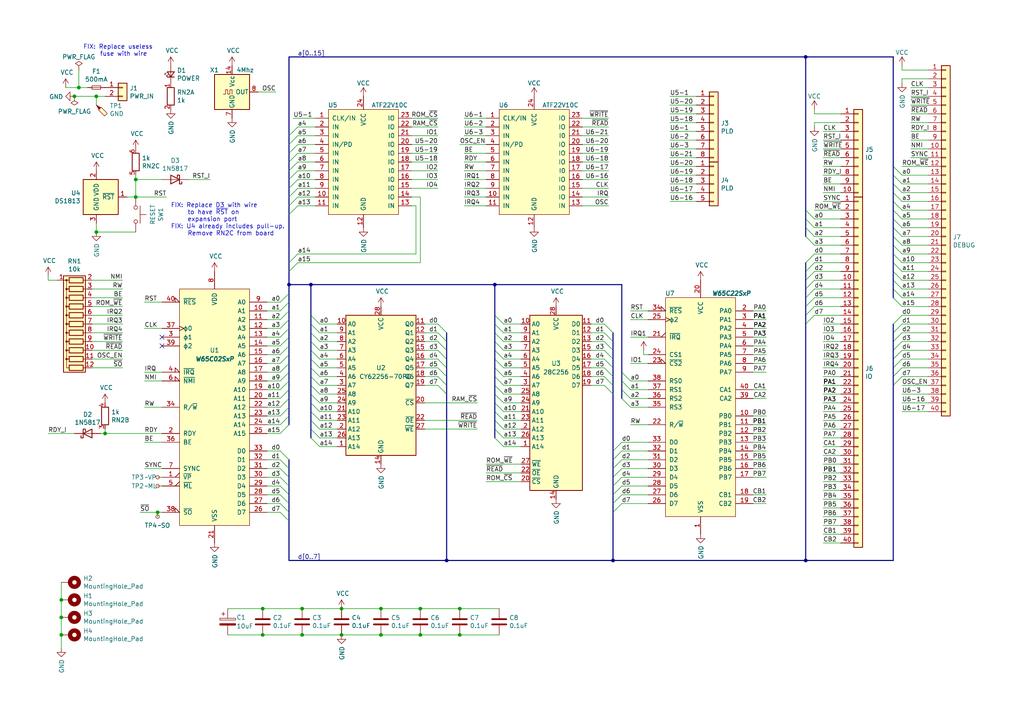
<source format=kicad_sch>
(kicad_sch (version 20211123) (generator eeschema)
  (paper "A4")
  (title_block (title "6502 motherboard") (date "2021-10-29") (rev "3"))
  (junction (at 129.54 162.56))
  (junction (at 83.82 82.55))
  (junction (at 233.68 162.56))
  (junction (at 99.06 176.53))
  (junction (at 17.78 173.99))
  (junction (at 133.35 176.53))
  (junction (at 90.17 82.55))
  (junction (at 39.37 52.07))
  (junction (at 17.78 179.07))
  (junction (at 21.59 27.94))
  (junction (at 22.86 25.4))
  (junction (at 87.63 184.15))
  (junction (at 121.92 176.53))
  (junction (at 76.2 176.53))
  (junction (at 76.2 184.15))
  (junction (at 87.63 176.53))
  (junction (at 110.49 176.53))
  (junction (at 99.06 184.15))
  (junction (at 27.94 67.31))
  (junction (at 233.68 16.51))
  (junction (at 110.49 184.15))
  (junction (at 143.51 82.55))
  (junction (at 177.8 162.56))
  (junction (at 27.94 27.94))
  (junction (at 121.92 184.15))
  (junction (at 39.37 57.15))
  (junction (at 45.72 148.59))
  (junction (at 30.48 125.73))
  (junction (at 133.35 184.15))
  (junction (at 17.78 184.15))
  (no_connect (at 46.99 97.79))
  (no_connect (at 46.99 100.33))
  (bus_entry (at 92.71 129.54) (size -2.54 -2.54))
  (bus_entry (at 261.62 58.42) (size -2.54 -2.54))
  (bus_entry (at 81.28 105.41) (size 2.54 -2.54))
  (bus_entry (at 261.62 71.12) (size -2.54 -2.54))
  (bus_entry (at 180.34 140.97) (size -2.54 2.54))
  (bus_entry (at 146.05 93.98) (size -2.54 -2.54))
  (bus_entry (at 146.05 121.92) (size -2.54 -2.54))
  (bus_entry (at 81.28 148.59) (size 2.54 2.54))
  (bus_entry (at 236.22 73.66) (size -2.54 2.54))
  (bus_entry (at 86.36 46.99) (size -2.54 2.54))
  (bus_entry (at 146.05 127) (size -2.54 -2.54))
  (bus_entry (at 127 93.98) (size 2.54 2.54))
  (bus_entry (at 261.62 78.74) (size -2.54 -2.54))
  (bus_entry (at 146.05 96.52) (size -2.54 -2.54))
  (bus_entry (at 127 96.52) (size 2.54 2.54))
  (bus_entry (at 92.71 99.06) (size -2.54 -2.54))
  (bus_entry (at 86.36 73.66) (size -2.54 2.54))
  (bus_entry (at 81.28 97.79) (size 2.54 -2.54))
  (bus_entry (at 81.28 133.35) (size 2.54 2.54))
  (bus_entry (at 127 99.06) (size 2.54 2.54))
  (bus_entry (at 146.05 106.68) (size -2.54 -2.54))
  (bus_entry (at 261.62 109.22) (size -2.54 2.54))
  (bus_entry (at 261.62 104.14) (size -2.54 2.54))
  (bus_entry (at 92.71 93.98) (size -2.54 -2.54))
  (bus_entry (at 92.71 109.22) (size -2.54 -2.54))
  (bus_entry (at 81.28 138.43) (size 2.54 2.54))
  (bus_entry (at 180.34 135.89) (size -2.54 2.54))
  (bus_entry (at 81.28 102.87) (size 2.54 -2.54))
  (bus_entry (at 92.71 116.84) (size -2.54 -2.54))
  (bus_entry (at 81.28 87.63) (size 2.54 -2.54))
  (bus_entry (at 81.28 107.95) (size 2.54 -2.54))
  (bus_entry (at 236.22 78.74) (size -2.54 2.54))
  (bus_entry (at 146.05 104.14) (size -2.54 -2.54))
  (bus_entry (at 81.28 115.57) (size 2.54 -2.54))
  (bus_entry (at 261.62 76.2) (size -2.54 -2.54))
  (bus_entry (at 86.36 44.45) (size -2.54 2.54))
  (bus_entry (at 261.62 86.36) (size -2.54 -2.54))
  (bus_entry (at 86.36 59.69) (size -2.54 2.54))
  (bus_entry (at 81.28 90.17) (size 2.54 -2.54))
  (bus_entry (at 182.88 115.57) (size -2.54 -2.54))
  (bus_entry (at 92.71 127) (size -2.54 -2.54))
  (bus_entry (at 81.28 118.11) (size 2.54 -2.54))
  (bus_entry (at 81.28 123.19) (size 2.54 -2.54))
  (bus_entry (at 146.05 114.3) (size -2.54 -2.54))
  (bus_entry (at 261.62 66.04) (size -2.54 -2.54))
  (bus_entry (at 92.71 121.92) (size -2.54 -2.54))
  (bus_entry (at 81.28 135.89) (size 2.54 2.54))
  (bus_entry (at 81.28 95.25) (size 2.54 -2.54))
  (bus_entry (at 86.36 39.37) (size -2.54 2.54))
  (bus_entry (at 175.26 109.22) (size 2.54 2.54))
  (bus_entry (at 175.26 96.52) (size 2.54 2.54))
  (bus_entry (at 180.34 146.05) (size -2.54 2.54))
  (bus_entry (at 236.22 71.12) (size -2.54 -2.54))
  (bus_entry (at 175.26 99.06) (size 2.54 2.54))
  (bus_entry (at 175.26 101.6) (size 2.54 2.54))
  (bus_entry (at 261.62 50.8) (size -2.54 -2.54))
  (bus_entry (at 236.22 86.36) (size -2.54 2.54))
  (bus_entry (at 92.71 106.68) (size -2.54 -2.54))
  (bus_entry (at 261.62 99.06) (size -2.54 2.54))
  (bus_entry (at 92.71 114.3) (size -2.54 -2.54))
  (bus_entry (at 86.36 76.2) (size -2.54 2.54))
  (bus_entry (at 261.62 68.58) (size -2.54 -2.54))
  (bus_entry (at 182.88 110.49) (size -2.54 -2.54))
  (bus_entry (at 92.71 101.6) (size -2.54 -2.54))
  (bus_entry (at 261.62 101.6) (size -2.54 2.54))
  (bus_entry (at 261.62 63.5) (size -2.54 -2.54))
  (bus_entry (at 236.22 68.58) (size -2.54 -2.54))
  (bus_entry (at 146.05 109.22) (size -2.54 -2.54))
  (bus_entry (at 236.22 91.44) (size -2.54 2.54))
  (bus_entry (at 81.28 110.49) (size 2.54 -2.54))
  (bus_entry (at 261.62 53.34) (size -2.54 -2.54))
  (bus_entry (at 86.36 54.61) (size -2.54 2.54))
  (bus_entry (at 81.28 140.97) (size 2.54 2.54))
  (bus_entry (at 180.34 133.35) (size -2.54 2.54))
  (bus_entry (at 81.28 125.73) (size 2.54 -2.54))
  (bus_entry (at 180.34 143.51) (size -2.54 2.54))
  (bus_entry (at 261.62 83.82) (size -2.54 -2.54))
  (bus_entry (at 175.26 106.68) (size 2.54 2.54))
  (bus_entry (at 81.28 113.03) (size 2.54 -2.54))
  (bus_entry (at 261.62 93.98) (size -2.54 2.54))
  (bus_entry (at 146.05 111.76) (size -2.54 -2.54))
  (bus_entry (at 261.62 96.52) (size -2.54 2.54))
  (bus_entry (at 81.28 143.51) (size 2.54 2.54))
  (bus_entry (at 236.22 83.82) (size -2.54 2.54))
  (bus_entry (at 86.36 52.07) (size -2.54 2.54))
  (bus_entry (at 261.62 106.68) (size -2.54 2.54))
  (bus_entry (at 81.28 130.81) (size 2.54 2.54))
  (bus_entry (at 175.26 93.98) (size 2.54 2.54))
  (bus_entry (at 182.88 118.11) (size -2.54 -2.54))
  (bus_entry (at 236.22 63.5) (size -2.54 -2.54))
  (bus_entry (at 92.71 104.14) (size -2.54 -2.54))
  (bus_entry (at 86.36 49.53) (size -2.54 2.54))
  (bus_entry (at 236.22 81.28) (size -2.54 2.54))
  (bus_entry (at 92.71 124.46) (size -2.54 -2.54))
  (bus_entry (at 180.34 130.81) (size -2.54 2.54))
  (bus_entry (at 261.62 73.66) (size -2.54 -2.54))
  (bus_entry (at 127 104.14) (size 2.54 2.54))
  (bus_entry (at 86.36 57.15) (size -2.54 2.54))
  (bus_entry (at 146.05 116.84) (size -2.54 -2.54))
  (bus_entry (at 261.62 81.28) (size -2.54 -2.54))
  (bus_entry (at 180.34 138.43) (size -2.54 2.54))
  (bus_entry (at 127 106.68) (size 2.54 2.54))
  (bus_entry (at 146.05 99.06) (size -2.54 -2.54))
  (bus_entry (at 146.05 119.38) (size -2.54 -2.54))
  (bus_entry (at 236.22 88.9) (size -2.54 2.54))
  (bus_entry (at 175.26 104.14) (size 2.54 2.54))
  (bus_entry (at 127 101.6) (size 2.54 2.54))
  (bus_entry (at 146.05 101.6) (size -2.54 -2.54))
  (bus_entry (at 261.62 91.44) (size -2.54 2.54))
  (bus_entry (at 261.62 55.88) (size -2.54 -2.54))
  (bus_entry (at 146.05 129.54) (size -2.54 -2.54))
  (bus_entry (at 81.28 100.33) (size 2.54 -2.54))
  (bus_entry (at 86.36 36.83) (size -2.54 2.54))
  (bus_entry (at 81.28 92.71) (size 2.54 -2.54))
  (bus_entry (at 261.62 88.9) (size -2.54 -2.54))
  (bus_entry (at 175.26 111.76) (size 2.54 2.54))
  (bus_entry (at 127 109.22) (size 2.54 2.54))
  (bus_entry (at 92.71 111.76) (size -2.54 -2.54))
  (bus_entry (at 146.05 124.46) (size -2.54 -2.54))
  (bus_entry (at 86.36 41.91) (size -2.54 2.54))
  (bus_entry (at 127 111.76) (size 2.54 2.54))
  (bus_entry (at 92.71 96.52) (size -2.54 -2.54))
  (bus_entry (at 236.22 66.04) (size -2.54 -2.54))
  (bus_entry (at 81.28 120.65) (size 2.54 -2.54))
  (bus_entry (at 182.88 113.03) (size -2.54 -2.54))
  (bus_entry (at 236.22 76.2) (size -2.54 2.54))
  (bus_entry (at 81.28 146.05) (size 2.54 2.54))
  (bus_entry (at 261.62 60.96) (size -2.54 -2.54))
  (bus_entry (at 92.71 119.38) (size -2.54 -2.54))
  (bus_entry (at 180.34 128.27) (size -2.54 2.54))
  (bus (pts (xy 233.68 91.44) (xy 233.68 93.98)))
  (wire (pts (xy 238.76 149.86) (xy 243.84 149.86)))
  (wire (pts (xy 238.76 154.94) (xy 243.84 154.94)))
  (wire (pts (xy 238.76 38.1) (xy 243.84 38.1)))
  (wire (pts (xy 146.05 127) (xy 151.13 127)))
  (wire (pts (xy 127 46.99) (xy 119.38 46.99)))
  (wire (pts (xy 238.76 43.18) (xy 243.84 43.18)))
  (wire (pts (xy 180.34 140.97) (xy 187.96 140.97)))
  (wire (pts (xy 146.05 104.14) (xy 151.13 104.14)))
  (bus (pts (xy 83.82 57.15) (xy 83.82 59.69)))
  (wire (pts (xy 27.94 64.77) (xy 27.94 67.31)))
  (bus (pts (xy 90.17 114.3) (xy 90.17 116.84)))
  (wire (pts (xy 77.47 97.79) (xy 81.28 97.79)))
  (wire (pts (xy 176.53 54.61) (xy 168.91 54.61)))
  (wire (pts (xy 86.36 73.66) (xy 120.65 73.66)))
  (wire (pts (xy 261.62 88.9) (xy 269.24 88.9)))
  (wire (pts (xy 127 99.06) (xy 123.19 99.06)))
  (bus (pts (xy 83.82 82.55) (xy 83.82 85.09)))
  (wire (pts (xy 91.44 41.91) (xy 86.36 41.91)))
  (wire (pts (xy 120.65 59.69) (xy 120.65 73.66)))
  (wire (pts (xy 92.71 119.38) (xy 97.79 119.38)))
  (wire (pts (xy 127 44.45) (xy 119.38 44.45)))
  (wire (pts (xy 92.71 114.3) (xy 97.79 114.3)))
  (wire (pts (xy 176.53 49.53) (xy 168.91 49.53)))
  (bus (pts (xy 259.08 96.52) (xy 259.08 99.06)))
  (bus (pts (xy 259.08 109.22) (xy 259.08 111.76)))
  (wire (pts (xy 46.99 148.59) (xy 45.72 148.59)))
  (wire (pts (xy 236.22 66.04) (xy 243.84 66.04)))
  (bus (pts (xy 129.54 99.06) (xy 129.54 101.6)))
  (wire (pts (xy 35.56 88.9) (xy 26.67 88.9)))
  (wire (pts (xy 194.31 55.88) (xy 201.93 55.88)))
  (wire (pts (xy 261.62 91.44) (xy 269.24 91.44)))
  (bus (pts (xy 177.8 130.81) (xy 177.8 133.35)))
  (wire (pts (xy 243.84 33.02) (xy 236.22 33.02)))
  (wire (pts (xy 261.62 68.58) (xy 269.24 68.58)))
  (wire (pts (xy 133.35 41.91) (xy 140.97 41.91)))
  (wire (pts (xy 264.16 27.94) (xy 269.24 27.94)))
  (wire (pts (xy 238.76 109.22) (xy 243.84 109.22)))
  (wire (pts (xy 236.22 73.66) (xy 243.84 73.66)))
  (wire (pts (xy 134.62 34.29) (xy 140.97 34.29)))
  (wire (pts (xy 222.25 138.43) (xy 218.44 138.43)))
  (bus (pts (xy 129.54 96.52) (xy 129.54 99.06)))
  (bus (pts (xy 180.34 107.95) (xy 180.34 110.49)))
  (wire (pts (xy 176.53 41.91) (xy 168.91 41.91)))
  (wire (pts (xy 127 34.29) (xy 119.38 34.29)))
  (wire (pts (xy 22.86 25.4) (xy 22.86 20.32)))
  (wire (pts (xy 77.47 148.59) (xy 81.28 148.59)))
  (bus (pts (xy 83.82 138.43) (xy 83.82 140.97)))
  (wire (pts (xy 261.62 53.34) (xy 269.24 53.34)))
  (bus (pts (xy 177.8 96.52) (xy 177.8 99.06)))
  (wire (pts (xy 176.53 36.83) (xy 168.91 36.83)))
  (wire (pts (xy 238.76 40.64) (xy 243.84 40.64)))
  (wire (pts (xy 222.25 143.51) (xy 218.44 143.51)))
  (wire (pts (xy 182.88 97.79) (xy 187.96 97.79)))
  (wire (pts (xy 92.71 129.54) (xy 97.79 129.54)))
  (wire (pts (xy 134.62 46.99) (xy 140.97 46.99)))
  (wire (pts (xy 54.61 52.07) (xy 60.96 52.07)))
  (wire (pts (xy 261.62 60.96) (xy 269.24 60.96)))
  (bus (pts (xy 83.82 105.41) (xy 83.82 107.95)))
  (bus (pts (xy 180.34 113.03) (xy 180.34 115.57)))
  (wire (pts (xy 264.16 30.48) (xy 269.24 30.48)))
  (wire (pts (xy 123.19 116.84) (xy 138.43 116.84)))
  (wire (pts (xy 92.71 121.92) (xy 97.79 121.92)))
  (wire (pts (xy 77.47 140.97) (xy 81.28 140.97)))
  (wire (pts (xy 35.56 96.52) (xy 26.67 96.52)))
  (bus (pts (xy 180.34 110.49) (xy 180.34 113.03)))
  (wire (pts (xy 127 39.37) (xy 119.38 39.37)))
  (bus (pts (xy 177.8 135.89) (xy 177.8 138.43)))
  (wire (pts (xy 13.97 125.73) (xy 21.59 125.73)))
  (bus (pts (xy 129.54 101.6) (xy 129.54 104.14)))
  (wire (pts (xy 261.62 106.68) (xy 269.24 106.68)))
  (wire (pts (xy 238.76 142.24) (xy 243.84 142.24)))
  (bus (pts (xy 259.08 93.98) (xy 259.08 96.52)))
  (wire (pts (xy 238.76 137.16) (xy 243.84 137.16)))
  (bus (pts (xy 259.08 68.58) (xy 259.08 71.12)))
  (wire (pts (xy 39.37 67.31) (xy 27.94 67.31)))
  (wire (pts (xy 222.25 95.25) (xy 218.44 95.25)))
  (wire (pts (xy 222.25 133.35) (xy 218.44 133.35)))
  (wire (pts (xy 180.34 128.27) (xy 187.96 128.27)))
  (wire (pts (xy 127 49.53) (xy 119.38 49.53)))
  (wire (pts (xy 146.05 96.52) (xy 151.13 96.52)))
  (wire (pts (xy 180.34 135.89) (xy 187.96 135.89)))
  (wire (pts (xy 171.45 93.98) (xy 175.26 93.98)))
  (bus (pts (xy 143.51 109.22) (xy 143.51 111.76)))
  (wire (pts (xy 182.88 113.03) (xy 187.96 113.03)))
  (wire (pts (xy 194.31 48.26) (xy 201.93 48.26)))
  (wire (pts (xy 76.2 176.53) (xy 87.63 176.53)))
  (bus (pts (xy 90.17 119.38) (xy 90.17 121.92)))
  (wire (pts (xy 194.31 33.02) (xy 201.93 33.02)))
  (bus (pts (xy 83.82 115.57) (xy 83.82 118.11)))
  (wire (pts (xy 261.62 24.13) (xy 261.62 22.86)))
  (wire (pts (xy 236.22 88.9) (xy 243.84 88.9)))
  (wire (pts (xy 194.31 58.42) (xy 201.93 58.42)))
  (wire (pts (xy 180.34 133.35) (xy 187.96 133.35)))
  (wire (pts (xy 27.94 27.94) (xy 27.94 30.48)))
  (bus (pts (xy 233.68 76.2) (xy 233.68 78.74)))
  (bus (pts (xy 259.08 106.68) (xy 259.08 109.22)))
  (bus (pts (xy 83.82 39.37) (xy 83.82 41.91)))
  (wire (pts (xy 91.44 52.07) (xy 86.36 52.07)))
  (wire (pts (xy 39.37 52.07) (xy 46.99 52.07)))
  (wire (pts (xy 261.62 63.5) (xy 269.24 63.5)))
  (wire (pts (xy 238.76 99.06) (xy 243.84 99.06)))
  (wire (pts (xy 77.47 125.73) (xy 81.28 125.73)))
  (wire (pts (xy 261.62 78.74) (xy 269.24 78.74)))
  (wire (pts (xy 36.83 57.15) (xy 39.37 57.15)))
  (wire (pts (xy 146.05 109.22) (xy 151.13 109.22)))
  (wire (pts (xy 77.47 118.11) (xy 81.28 118.11)))
  (wire (pts (xy 35.56 93.98) (xy 26.67 93.98)))
  (wire (pts (xy 236.22 83.82) (xy 243.84 83.82)))
  (bus (pts (xy 259.08 66.04) (xy 259.08 68.58)))
  (wire (pts (xy 39.37 57.15) (xy 48.26 57.15)))
  (wire (pts (xy 26.67 81.28) (xy 35.56 81.28)))
  (wire (pts (xy 35.56 101.6) (xy 26.67 101.6)))
  (wire (pts (xy 222.25 115.57) (xy 218.44 115.57)))
  (wire (pts (xy 92.71 96.52) (xy 97.79 96.52)))
  (wire (pts (xy 41.91 110.49) (xy 46.99 110.49)))
  (bus (pts (xy 83.82 87.63) (xy 83.82 90.17)))
  (bus (pts (xy 90.17 109.22) (xy 90.17 111.76)))
  (wire (pts (xy 146.05 106.68) (xy 151.13 106.68)))
  (wire (pts (xy 264.16 40.64) (xy 269.24 40.64)))
  (bus (pts (xy 129.54 109.22) (xy 129.54 111.76)))
  (wire (pts (xy 238.76 50.8) (xy 243.84 50.8)))
  (bus (pts (xy 259.08 99.06) (xy 259.08 101.6)))
  (wire (pts (xy 77.47 105.41) (xy 81.28 105.41)))
  (wire (pts (xy 182.88 123.19) (xy 187.96 123.19)))
  (bus (pts (xy 83.82 120.65) (xy 83.82 123.19)))
  (wire (pts (xy 194.31 27.94) (xy 201.93 27.94)))
  (bus (pts (xy 259.08 101.6) (xy 259.08 104.14)))
  (wire (pts (xy 238.76 152.4) (xy 243.84 152.4)))
  (bus (pts (xy 129.54 106.68) (xy 129.54 109.22)))
  (wire (pts (xy 238.76 106.68) (xy 243.84 106.68)))
  (wire (pts (xy 261.62 114.3) (xy 269.24 114.3)))
  (wire (pts (xy 91.44 49.53) (xy 86.36 49.53)))
  (wire (pts (xy 171.45 96.52) (xy 175.26 96.52)))
  (bus (pts (xy 143.51 116.84) (xy 143.51 119.38)))
  (wire (pts (xy 134.62 59.69) (xy 140.97 59.69)))
  (bus (pts (xy 233.68 16.51) (xy 259.08 16.51)))
  (bus (pts (xy 83.82 52.07) (xy 83.82 54.61)))
  (bus (pts (xy 177.8 101.6) (xy 177.8 104.14)))
  (wire (pts (xy 182.88 115.57) (xy 187.96 115.57)))
  (wire (pts (xy 76.2 184.15) (xy 66.04 184.15)))
  (bus (pts (xy 129.54 162.56) (xy 83.82 162.56)))
  (wire (pts (xy 238.76 114.3) (xy 243.84 114.3)))
  (wire (pts (xy 92.71 99.06) (xy 97.79 99.06)))
  (bus (pts (xy 90.17 111.76) (xy 90.17 114.3)))
  (wire (pts (xy 146.05 99.06) (xy 151.13 99.06)))
  (wire (pts (xy 264.16 35.56) (xy 269.24 35.56)))
  (wire (pts (xy 238.76 134.62) (xy 243.84 134.62)))
  (wire (pts (xy 91.44 54.61) (xy 86.36 54.61)))
  (wire (pts (xy 176.53 34.29) (xy 168.91 34.29)))
  (wire (pts (xy 182.88 90.17) (xy 187.96 90.17)))
  (wire (pts (xy 17.78 184.15) (xy 17.78 187.96)))
  (wire (pts (xy 194.31 35.56) (xy 201.93 35.56)))
  (wire (pts (xy 261.62 20.32) (xy 261.62 19.05)))
  (bus (pts (xy 143.51 111.76) (xy 143.51 114.3)))
  (wire (pts (xy 222.25 100.33) (xy 218.44 100.33)))
  (wire (pts (xy 127 111.76) (xy 123.19 111.76)))
  (wire (pts (xy 236.22 86.36) (xy 243.84 86.36)))
  (wire (pts (xy 40.64 148.59) (xy 45.72 148.59)))
  (wire (pts (xy 222.25 107.95) (xy 218.44 107.95)))
  (wire (pts (xy 236.22 60.96) (xy 243.84 60.96)))
  (wire (pts (xy 16.51 81.28) (xy 13.97 81.28)))
  (bus (pts (xy 83.82 54.61) (xy 83.82 57.15)))
  (wire (pts (xy 123.19 93.98) (xy 127 93.98)))
  (wire (pts (xy 41.91 118.11) (xy 46.99 118.11)))
  (wire (pts (xy 29.21 125.73) (xy 30.48 125.73)))
  (bus (pts (xy 177.8 148.59) (xy 177.8 162.56)))
  (wire (pts (xy 238.76 124.46) (xy 243.84 124.46)))
  (bus (pts (xy 259.08 60.96) (xy 259.08 63.5)))
  (wire (pts (xy 127 54.61) (xy 119.38 54.61)))
  (bus (pts (xy 143.51 99.06) (xy 143.51 101.6)))
  (wire (pts (xy 77.47 146.05) (xy 81.28 146.05)))
  (bus (pts (xy 83.82 143.51) (xy 83.82 146.05)))
  (wire (pts (xy 238.76 157.48) (xy 243.84 157.48)))
  (wire (pts (xy 77.47 107.95) (xy 81.28 107.95)))
  (wire (pts (xy 194.31 38.1) (xy 201.93 38.1)))
  (wire (pts (xy 171.45 111.76) (xy 175.26 111.76)))
  (wire (pts (xy 222.25 105.41) (xy 218.44 105.41)))
  (bus (pts (xy 90.17 116.84) (xy 90.17 119.38)))
  (wire (pts (xy 222.25 113.03) (xy 218.44 113.03)))
  (wire (pts (xy 35.56 86.36) (xy 26.67 86.36)))
  (bus (pts (xy 143.51 106.68) (xy 143.51 109.22)))
  (wire (pts (xy 261.62 119.38) (xy 269.24 119.38)))
  (wire (pts (xy 238.76 119.38) (xy 243.84 119.38)))
  (wire (pts (xy 264.16 43.18) (xy 269.24 43.18)))
  (wire (pts (xy 87.63 184.15) (xy 76.2 184.15)))
  (wire (pts (xy 236.22 76.2) (xy 243.84 76.2)))
  (bus (pts (xy 83.82 133.35) (xy 83.82 135.89)))
  (wire (pts (xy 77.47 87.63) (xy 81.28 87.63)))
  (wire (pts (xy 180.34 146.05) (xy 187.96 146.05)))
  (wire (pts (xy 236.22 35.56) (xy 243.84 35.56)))
  (wire (pts (xy 17.78 168.91) (xy 17.78 173.99)))
  (wire (pts (xy 146.05 124.46) (xy 151.13 124.46)))
  (wire (pts (xy 87.63 176.53) (xy 99.06 176.53)))
  (wire (pts (xy 91.44 39.37) (xy 86.36 39.37)))
  (wire (pts (xy 123.19 106.68) (xy 127 106.68)))
  (wire (pts (xy 236.22 91.44) (xy 243.84 91.44)))
  (wire (pts (xy 238.76 144.78) (xy 243.84 144.78)))
  (bus (pts (xy 83.82 82.55) (xy 90.17 82.55)))
  (wire (pts (xy 30.48 124.46) (xy 30.48 125.73)))
  (bus (pts (xy 83.82 151.13) (xy 83.82 162.56)))
  (wire (pts (xy 74.93 26.67) (xy 80.01 26.67)))
  (bus (pts (xy 177.8 162.56) (xy 233.68 162.56)))
  (wire (pts (xy 133.35 184.15) (xy 144.78 184.15)))
  (bus (pts (xy 180.34 82.55) (xy 180.34 107.95)))
  (bus (pts (xy 177.8 138.43) (xy 177.8 140.97)))
  (bus (pts (xy 233.68 93.98) (xy 233.68 162.56)))
  (wire (pts (xy 22.86 25.4) (xy 25.4 25.4)))
  (wire (pts (xy 17.78 179.07) (xy 17.78 184.15)))
  (wire (pts (xy 92.71 116.84) (xy 97.79 116.84)))
  (bus (pts (xy 259.08 111.76) (xy 259.08 162.56)))
  (wire (pts (xy 261.62 96.52) (xy 269.24 96.52)))
  (wire (pts (xy 180.34 130.81) (xy 187.96 130.81)))
  (wire (pts (xy 180.34 138.43) (xy 187.96 138.43)))
  (wire (pts (xy 77.47 95.25) (xy 81.28 95.25)))
  (bus (pts (xy 129.54 111.76) (xy 129.54 114.3)))
  (bus (pts (xy 177.8 109.22) (xy 177.8 111.76)))
  (wire (pts (xy 146.05 93.98) (xy 151.13 93.98)))
  (wire (pts (xy 261.62 48.26) (xy 269.24 48.26)))
  (bus (pts (xy 259.08 81.28) (xy 259.08 83.82)))
  (bus (pts (xy 83.82 16.51) (xy 83.82 39.37)))
  (wire (pts (xy 99.06 184.15) (xy 110.49 184.15)))
  (bus (pts (xy 143.51 101.6) (xy 143.51 104.14)))
  (wire (pts (xy 92.71 127) (xy 97.79 127)))
  (wire (pts (xy 77.47 102.87) (xy 81.28 102.87)))
  (bus (pts (xy 143.51 121.92) (xy 143.51 124.46)))
  (wire (pts (xy 41.91 128.27) (xy 46.99 128.27)))
  (bus (pts (xy 83.82 90.17) (xy 83.82 92.71)))
  (bus (pts (xy 90.17 91.44) (xy 90.17 93.98)))
  (wire (pts (xy 46.99 138.43) (xy 45.72 138.43)))
  (bus (pts (xy 83.82 107.95) (xy 83.82 110.49)))
  (wire (pts (xy 236.22 78.74) (xy 243.84 78.74)))
  (wire (pts (xy 123.19 104.14) (xy 127 104.14)))
  (bus (pts (xy 233.68 66.04) (xy 233.68 68.58)))
  (wire (pts (xy 186.69 101.6) (xy 186.69 102.87)))
  (wire (pts (xy 77.47 130.81) (xy 81.28 130.81)))
  (wire (pts (xy 123.19 121.92) (xy 138.43 121.92)))
  (wire (pts (xy 140.97 134.62) (xy 151.13 134.62)))
  (bus (pts (xy 143.51 124.46) (xy 143.51 127)))
  (wire (pts (xy 92.71 109.22) (xy 97.79 109.22)))
  (wire (pts (xy 222.25 123.19) (xy 218.44 123.19)))
  (wire (pts (xy 264.16 33.02) (xy 269.24 33.02)))
  (wire (pts (xy 238.76 116.84) (xy 243.84 116.84)))
  (bus (pts (xy 83.82 16.51) (xy 233.68 16.51)))
  (wire (pts (xy 134.62 44.45) (xy 140.97 44.45)))
  (wire (pts (xy 77.47 115.57) (xy 81.28 115.57)))
  (wire (pts (xy 171.45 106.68) (xy 175.26 106.68)))
  (bus (pts (xy 259.08 104.14) (xy 259.08 106.68)))
  (wire (pts (xy 238.76 48.26) (xy 243.84 48.26)))
  (wire (pts (xy 236.22 68.58) (xy 243.84 68.58)))
  (wire (pts (xy 91.44 57.15) (xy 86.36 57.15)))
  (wire (pts (xy 261.62 22.86) (xy 269.24 22.86)))
  (bus (pts (xy 259.08 63.5) (xy 259.08 66.04)))
  (wire (pts (xy 261.62 55.88) (xy 269.24 55.88)))
  (wire (pts (xy 222.25 120.65) (xy 218.44 120.65)))
  (wire (pts (xy 140.97 137.16) (xy 151.13 137.16)))
  (wire (pts (xy 19.05 25.4) (xy 22.86 25.4)))
  (bus (pts (xy 143.51 96.52) (xy 143.51 99.06)))
  (wire (pts (xy 46.99 140.97) (xy 45.72 140.97)))
  (wire (pts (xy 146.05 101.6) (xy 151.13 101.6)))
  (wire (pts (xy 261.62 111.76) (xy 269.24 111.76)))
  (wire (pts (xy 127 96.52) (xy 123.19 96.52)))
  (bus (pts (xy 83.82 92.71) (xy 83.82 95.25)))
  (bus (pts (xy 83.82 85.09) (xy 83.82 87.63)))
  (bus (pts (xy 83.82 97.79) (xy 83.82 100.33)))
  (wire (pts (xy 238.76 53.34) (xy 243.84 53.34)))
  (bus (pts (xy 177.8 146.05) (xy 177.8 148.59)))
  (wire (pts (xy 194.31 53.34) (xy 201.93 53.34)))
  (bus (pts (xy 233.68 162.56) (xy 259.08 162.56)))
  (wire (pts (xy 35.56 106.68) (xy 26.67 106.68)))
  (wire (pts (xy 238.76 96.52) (xy 243.84 96.52)))
  (wire (pts (xy 41.91 107.95) (xy 46.99 107.95)))
  (wire (pts (xy 261.62 116.84) (xy 269.24 116.84)))
  (wire (pts (xy 222.25 90.17) (xy 218.44 90.17)))
  (bus (pts (xy 83.82 59.69) (xy 83.82 62.23)))
  (wire (pts (xy 236.22 71.12) (xy 243.84 71.12)))
  (wire (pts (xy 261.62 81.28) (xy 269.24 81.28)))
  (wire (pts (xy 77.47 143.51) (xy 81.28 143.51)))
  (bus (pts (xy 177.8 114.3) (xy 177.8 130.81)))
  (bus (pts (xy 233.68 83.82) (xy 233.68 86.36)))
  (wire (pts (xy 35.56 83.82) (xy 26.67 83.82)))
  (bus (pts (xy 90.17 121.92) (xy 90.17 124.46)))
  (bus (pts (xy 177.8 99.06) (xy 177.8 101.6)))
  (bus (pts (xy 233.68 16.51) (xy 233.68 60.96)))
  (wire (pts (xy 236.22 81.28) (xy 243.84 81.28)))
  (wire (pts (xy 66.04 176.53) (xy 76.2 176.53)))
  (bus (pts (xy 129.54 114.3) (xy 129.54 162.56)))
  (wire (pts (xy 123.19 101.6) (xy 127 101.6)))
  (bus (pts (xy 90.17 104.14) (xy 90.17 106.68)))
  (wire (pts (xy 222.25 146.05) (xy 218.44 146.05)))
  (wire (pts (xy 35.56 104.14) (xy 26.67 104.14)))
  (wire (pts (xy 85.09 34.29) (xy 91.44 34.29)))
  (bus (pts (xy 83.82 140.97) (xy 83.82 143.51)))
  (bus (pts (xy 90.17 124.46) (xy 90.17 127)))
  (wire (pts (xy 27.94 27.94) (xy 30.48 27.94)))
  (wire (pts (xy 86.36 76.2) (xy 121.92 76.2)))
  (bus (pts (xy 83.82 78.74) (xy 83.82 82.55)))
  (wire (pts (xy 261.62 101.6) (xy 269.24 101.6)))
  (wire (pts (xy 222.25 97.79) (xy 218.44 97.79)))
  (bus (pts (xy 83.82 110.49) (xy 83.82 113.03)))
  (bus (pts (xy 177.8 133.35) (xy 177.8 135.89)))
  (wire (pts (xy 261.62 20.32) (xy 269.24 20.32)))
  (wire (pts (xy 182.88 105.41) (xy 187.96 105.41)))
  (wire (pts (xy 261.62 93.98) (xy 269.24 93.98)))
  (wire (pts (xy 171.45 109.22) (xy 175.26 109.22)))
  (wire (pts (xy 180.34 143.51) (xy 187.96 143.51)))
  (wire (pts (xy 121.92 57.15) (xy 119.38 57.15)))
  (bus (pts (xy 83.82 46.99) (xy 83.82 49.53)))
  (wire (pts (xy 134.62 57.15) (xy 140.97 57.15)))
  (wire (pts (xy 176.53 44.45) (xy 168.91 44.45)))
  (wire (pts (xy 236.22 33.02) (xy 236.22 31.75)))
  (wire (pts (xy 222.25 135.89) (xy 218.44 135.89)))
  (wire (pts (xy 77.47 123.19) (xy 81.28 123.19)))
  (bus (pts (xy 259.08 58.42) (xy 259.08 60.96)))
  (wire (pts (xy 27.94 27.94) (xy 21.59 27.94)))
  (wire (pts (xy 261.62 83.82) (xy 269.24 83.82)))
  (wire (pts (xy 77.47 92.71) (xy 81.28 92.71)))
  (bus (pts (xy 143.51 119.38) (xy 143.51 121.92)))
  (wire (pts (xy 77.47 133.35) (xy 81.28 133.35)))
  (bus (pts (xy 83.82 49.53) (xy 83.82 52.07)))
  (bus (pts (xy 83.82 135.89) (xy 83.82 138.43)))
  (wire (pts (xy 176.53 57.15) (xy 168.91 57.15)))
  (wire (pts (xy 77.47 90.17) (xy 81.28 90.17)))
  (wire (pts (xy 222.25 102.87) (xy 218.44 102.87)))
  (wire (pts (xy 261.62 99.06) (xy 269.24 99.06)))
  (wire (pts (xy 261.62 66.04) (xy 269.24 66.04)))
  (wire (pts (xy 92.71 93.98) (xy 97.79 93.98)))
  (bus (pts (xy 90.17 99.06) (xy 90.17 101.6)))
  (wire (pts (xy 146.05 121.92) (xy 151.13 121.92)))
  (wire (pts (xy 134.62 54.61) (xy 140.97 54.61)))
  (wire (pts (xy 222.25 128.27) (xy 218.44 128.27)))
  (wire (pts (xy 171.45 101.6) (xy 175.26 101.6)))
  (wire (pts (xy 222.25 125.73) (xy 218.44 125.73)))
  (wire (pts (xy 127 109.22) (xy 123.19 109.22)))
  (wire (pts (xy 140.97 139.7) (xy 151.13 139.7)))
  (bus (pts (xy 90.17 106.68) (xy 90.17 109.22)))
  (wire (pts (xy 264.16 45.72) (xy 269.24 45.72)))
  (bus (pts (xy 233.68 88.9) (xy 233.68 91.44)))
  (bus (pts (xy 233.68 63.5) (xy 233.68 66.04)))
  (wire (pts (xy 17.78 173.99) (xy 17.78 179.07)))
  (wire (pts (xy 45.72 148.59) (xy 45.72 149.86)))
  (wire (pts (xy 182.88 92.71) (xy 187.96 92.71)))
  (wire (pts (xy 238.76 147.32) (xy 243.84 147.32)))
  (wire (pts (xy 146.05 116.84) (xy 151.13 116.84)))
  (wire (pts (xy 91.44 46.99) (xy 86.36 46.99)))
  (wire (pts (xy 238.76 127) (xy 243.84 127)))
  (bus (pts (xy 259.08 16.51) (xy 259.08 48.26)))
  (wire (pts (xy 261.62 50.8) (xy 269.24 50.8)))
  (bus (pts (xy 83.82 95.25) (xy 83.82 97.79)))
  (wire (pts (xy 194.31 50.8) (xy 201.93 50.8)))
  (bus (pts (xy 83.82 113.03) (xy 83.82 115.57)))
  (wire (pts (xy 30.48 125.73) (xy 46.99 125.73)))
  (bus (pts (xy 233.68 78.74) (xy 233.68 81.28)))
  (wire (pts (xy 121.92 184.15) (xy 133.35 184.15)))
  (wire (pts (xy 176.53 39.37) (xy 168.91 39.37)))
  (wire (pts (xy 41.91 95.25) (xy 46.99 95.25)))
  (wire (pts (xy 92.71 111.76) (xy 97.79 111.76)))
  (wire (pts (xy 236.22 36.83) (xy 236.22 35.56)))
  (bus (pts (xy 83.82 118.11) (xy 83.82 120.65)))
  (bus (pts (xy 177.8 106.68) (xy 177.8 109.22)))
  (wire (pts (xy 194.31 43.18) (xy 201.93 43.18)))
  (wire (pts (xy 176.53 52.07) (xy 168.91 52.07)))
  (bus (pts (xy 129.54 162.56) (xy 177.8 162.56)))
  (wire (pts (xy 127 36.83) (xy 119.38 36.83)))
  (bus (pts (xy 90.17 82.55) (xy 90.17 91.44)))
  (bus (pts (xy 143.51 114.3) (xy 143.51 116.84)))
  (wire (pts (xy 171.45 104.14) (xy 175.26 104.14)))
  (wire (pts (xy 110.49 176.53) (xy 121.92 176.53)))
  (wire (pts (xy 134.62 49.53) (xy 140.97 49.53)))
  (bus (pts (xy 259.08 53.34) (xy 259.08 55.88)))
  (wire (pts (xy 92.71 104.14) (xy 97.79 104.14)))
  (wire (pts (xy 119.38 59.69) (xy 120.65 59.69)))
  (wire (pts (xy 91.44 36.83) (xy 86.36 36.83)))
  (bus (pts (xy 177.8 111.76) (xy 177.8 114.3)))
  (wire (pts (xy 264.16 38.1) (xy 269.24 38.1)))
  (bus (pts (xy 90.17 82.55) (xy 143.51 82.55)))
  (wire (pts (xy 92.71 106.68) (xy 97.79 106.68)))
  (bus (pts (xy 143.51 104.14) (xy 143.51 106.68)))
  (wire (pts (xy 77.47 110.49) (xy 81.28 110.49)))
  (bus (pts (xy 83.82 41.91) (xy 83.82 44.45)))
  (wire (pts (xy 146.05 119.38) (xy 151.13 119.38)))
  (wire (pts (xy 144.78 176.53) (xy 133.35 176.53)))
  (wire (pts (xy 13.97 81.28) (xy 13.97 80.01)))
  (wire (pts (xy 77.47 138.43) (xy 81.28 138.43)))
  (wire (pts (xy 238.76 129.54) (xy 243.84 129.54)))
  (wire (pts (xy 121.92 184.15) (xy 110.49 184.15)))
  (bus (pts (xy 143.51 93.98) (xy 143.51 96.52)))
  (wire (pts (xy 222.25 130.81) (xy 218.44 130.81)))
  (wire (pts (xy 77.47 113.03) (xy 81.28 113.03)))
  (wire (pts (xy 238.76 104.14) (xy 243.84 104.14)))
  (wire (pts (xy 77.47 120.65) (xy 81.28 120.65)))
  (bus (pts (xy 233.68 60.96) (xy 233.68 63.5)))
  (wire (pts (xy 91.44 59.69) (xy 86.36 59.69)))
  (wire (pts (xy 176.53 46.99) (xy 168.91 46.99)))
  (wire (pts (xy 194.31 30.48) (xy 201.93 30.48)))
  (wire (pts (xy 171.45 99.06) (xy 175.26 99.06)))
  (wire (pts (xy 186.69 102.87) (xy 187.96 102.87)))
  (wire (pts (xy 134.62 39.37) (xy 140.97 39.37)))
  (bus (pts (xy 129.54 104.14) (xy 129.54 106.68)))
  (bus (pts (xy 259.08 55.88) (xy 259.08 58.42)))
  (bus (pts (xy 177.8 140.97) (xy 177.8 143.51)))
  (wire (pts (xy 35.56 99.06) (xy 26.67 99.06)))
  (bus (pts (xy 83.82 100.33) (xy 83.82 102.87)))
  (wire (pts (xy 261.62 73.66) (xy 269.24 73.66)))
  (wire (pts (xy 134.62 52.07) (xy 140.97 52.07)))
  (wire (pts (xy 92.71 101.6) (xy 97.79 101.6)))
  (wire (pts (xy 238.76 101.6) (xy 243.84 101.6)))
  (wire (pts (xy 194.31 45.72) (xy 201.93 45.72)))
  (wire (pts (xy 123.19 124.46) (xy 138.43 124.46)))
  (wire (pts (xy 176.53 59.69) (xy 168.91 59.69)))
  (bus (pts (xy 83.82 102.87) (xy 83.82 105.41)))
  (bus (pts (xy 83.82 62.23) (xy 83.82 76.2)))
  (wire (pts (xy 222.25 92.71) (xy 218.44 92.71)))
  (bus (pts (xy 83.82 148.59) (xy 83.82 151.13)))
  (wire (pts (xy 146.05 111.76) (xy 151.13 111.76)))
  (bus (pts (xy 233.68 86.36) (xy 233.68 88.9)))
  (wire (pts (xy 134.62 36.83) (xy 140.97 36.83)))
  (bus (pts (xy 83.82 146.05) (xy 83.82 148.59)))
  (wire (pts (xy 238.76 45.72) (xy 243.84 45.72)))
  (wire (pts (xy 261.62 109.22) (xy 269.24 109.22)))
  (wire (pts (xy 41.91 87.63) (xy 46.99 87.63)))
  (bus (pts (xy 177.8 143.51) (xy 177.8 146.05)))
  (wire (pts (xy 238.76 132.08) (xy 243.84 132.08)))
  (wire (pts (xy 127 41.91) (xy 119.38 41.91)))
  (wire (pts (xy 182.88 118.11) (xy 187.96 118.11)))
  (bus (pts (xy 259.08 48.26) (xy 259.08 50.8)))
  (wire (pts (xy 238.76 139.7) (xy 243.84 139.7)))
  (bus (pts (xy 90.17 93.98) (xy 90.17 96.52)))
  (wire (pts (xy 238.76 121.92) (xy 243.84 121.92)))
  (wire (pts (xy 238.76 111.76) (xy 243.84 111.76)))
  (bus (pts (xy 233.68 81.28) (xy 233.68 83.82)))
  (bus (pts (xy 143.51 82.55) (xy 180.34 82.55)))
  (bus (pts (xy 83.82 44.45) (xy 83.82 46.99)))
  (wire (pts (xy 99.06 176.53) (xy 110.49 176.53)))
  (bus (pts (xy 259.08 73.66) (xy 259.08 76.2)))
  (bus (pts (xy 143.51 82.55) (xy 143.51 91.44)))
  (bus (pts (xy 259.08 83.82) (xy 259.08 86.36)))
  (bus (pts (xy 90.17 96.52) (xy 90.17 99.06)))
  (wire (pts (xy 261.62 58.42) (xy 269.24 58.42)))
  (wire (pts (xy 77.47 100.33) (xy 81.28 100.33)))
  (wire (pts (xy 121.92 76.2) (xy 121.92 57.15)))
  (bus (pts (xy 83.82 76.2) (xy 83.82 78.74)))
  (wire (pts (xy 77.47 135.89) (xy 81.28 135.89)))
  (wire (pts (xy 261.62 86.36) (xy 269.24 86.36)))
  (wire (pts (xy 133.35 176.53) (xy 121.92 176.53)))
  (wire (pts (xy 238.76 93.98) (xy 243.84 93.98)))
  (wire (pts (xy 39.37 52.07) (xy 39.37 57.15)))
  (wire (pts (xy 127 52.07) (xy 119.38 52.07)))
  (wire (pts (xy 35.56 91.44) (xy 26.67 91.44)))
  (wire (pts (xy 264.16 25.4) (xy 269.24 25.4)))
  (wire (pts (xy 182.88 110.49) (xy 187.96 110.49)))
  (wire (pts (xy 146.05 114.3) (xy 151.13 114.3)))
  (bus (pts (xy 259.08 71.12) (xy 259.08 73.66)))
  (bus (pts (xy 259.08 76.2) (xy 259.08 78.74)))
  (wire (pts (xy 99.06 184.15) (xy 87.63 184.15)))
  (wire (pts (xy 238.76 55.88) (xy 243.84 55.88)))
  (wire (pts (xy 91.44 44.45) (xy 86.36 44.45)))
  (wire (pts (xy 39.37 52.07) (xy 39.37 50.8)))
  (wire (pts (xy 238.76 58.42) (xy 243.84 58.42)))
  (wire (pts (xy 261.62 76.2) (xy 269.24 76.2)))
  (bus (pts (xy 143.51 91.44) (xy 143.51 93.98)))
  (wire (pts (xy 236.22 63.5) (xy 243.84 63.5)))
  (bus (pts (xy 177.8 104.14) (xy 177.8 106.68)))
  (wire (pts (xy 146.05 129.54) (xy 151.13 129.54)))
  (wire (pts (xy 194.31 40.64) (xy 201.93 40.64)))
  (bus (pts (xy 90.17 101.6) (xy 90.17 104.14)))
  (wire (pts (xy 92.71 124.46) (xy 97.79 124.46)))
  (wire (pts (xy 261.62 104.14) (xy 269.24 104.14)))
  (wire (pts (xy 261.62 71.12) (xy 269.24 71.12)))
  (wire (pts (xy 41.91 135.89) (xy 46.99 135.89)))
  (bus (pts (xy 259.08 78.74) (xy 259.08 81.28)))
  (bus (pts (xy 259.08 50.8) (xy 259.08 53.34)))
  (text "FIX: Replace D3 with wire \n     to have ~{RST} on \n     expansion port\nFIX: U4 already includes pull-up. \n     Remove RN2C from board" (at 49.53 68.58 0) (effects (font (size 1.27 1.27)) (justify left bottom)))
  (text "FIX: Replace useless \n     fuse with wire" (at 24.13 16.51 0) (effects (font (size 1.27 1.27)) (justify left bottom)))
  (label "PA6" (at 222.25 105.41 180))
  (label "ROM_~{CS}" (at 127 34.29 180))
  (label "a2" (at 236.22 68.58 0))
  (label "CLK" (at 176.53 54.61 180))
  (label "PA0" (at 238.76 109.22 0))
  (label "a1" (at 81.28 90.17 180))
  (label "U6-16" (at 261.62 116.84 0))
  (label "BE" (at 134.62 44.45 0))
  (label "d3" (at 81.28 138.43 180))
  (label "a0" (at 182.88 110.49 0))
  (label "d2" (at 261.62 96.52 0))
  (label "a3" (at 236.22 71.12 0))
  (label "RDY_I" (at 238.76 50.8 0))
  (label "RST" (at 41.91 87.63 0))
  (label "a8" (at 86.36 46.99 0))
  (label "a0" (at 146.05 93.98 0))
  (label "d1" (at 127 96.52 180))
  (label "SYNC" (at 264.16 45.72 0))
  (label "a11" (at 92.71 121.92 0))
  (label "PB6" (at 238.76 149.86 0))
  (label "BE" (at 264.16 40.64 0))
  (label "NMI" (at 264.16 43.18 0))
  (label "~{READ}" (at 35.56 101.6 180))
  (label "RST_I" (at 60.96 52.07 180))
  (label "PA7" (at 238.76 127 0))
  (label "CLK" (at 41.91 95.25 0))
  (label "OSC_EN" (at 261.62 111.76 0))
  (label "d5" (at 175.26 106.68 180))
  (label "a10" (at 146.05 119.38 0))
  (label "a13" (at 81.28 120.65 180))
  (label "PB5" (at 222.25 133.35 180))
  (label "PA2" (at 222.25 95.25 180))
  (label "d4" (at 175.26 104.14 180))
  (label "a10" (at 261.62 76.2 0))
  (label "U6-18" (at 194.31 53.34 0))
  (label "NMI" (at 41.91 110.49 0))
  (label "IRQ3" (at 238.76 104.14 0))
  (label "PA2" (at 238.76 114.3 0))
  (label "d1" (at 180.34 130.81 0))
  (label "d[0..7]" (at 86.36 162.56 0))
  (label "a8" (at 81.28 107.95 180))
  (label "~{READ}" (at 140.97 137.16 0))
  (label "IRQ4" (at 238.76 106.68 0))
  (label "a8" (at 146.05 114.3 0))
  (label "U5-19" (at 194.31 33.02 0))
  (label "PA5" (at 222.25 102.87 180))
  (label "d2" (at 127 99.06 180))
  (label "U6-1" (at 134.62 34.29 0))
  (label "RAM_~{CS}" (at 138.43 116.84 180))
  (label "d0" (at 81.28 130.81 180))
  (label "~{READ}" (at 264.16 33.02 0))
  (label "~{WRITE}" (at 176.53 34.29 180))
  (label "IO1" (at 127 39.37 180))
  (label "a0" (at 92.71 93.98 0))
  (label "a14" (at 146.05 129.54 0))
  (label "PA2" (at 222.25 95.25 180))
  (label "PB7" (at 222.25 138.43 180))
  (label "PB1" (at 238.76 137.16 0))
  (label "a0" (at 236.22 63.5 0))
  (label "PA1" (at 222.25 92.71 180))
  (label "BE" (at 41.91 128.27 0))
  (label "a6" (at 86.36 41.91 0))
  (label "a10" (at 92.71 119.38 0))
  (label "IRQ2" (at 134.62 54.61 0))
  (label "d5" (at 261.62 104.14 0))
  (label "IRQ3" (at 134.62 57.15 0))
  (label "U6-19" (at 194.31 50.8 0))
  (label "PA6" (at 238.76 124.46 0))
  (label "U6-3" (at 194.31 43.18 0))
  (label "U6-18" (at 176.53 46.99 180))
  (label "d7" (at 236.22 91.44 0))
  (label "BE" (at 35.56 86.36 180))
  (label "a5" (at 81.28 100.33 180))
  (label "~{WRITE}" (at 238.76 43.18 0))
  (label "PA4" (at 222.25 100.33 180))
  (label "d3" (at 175.26 101.6 180))
  (label "U5-20" (at 194.31 30.48 0))
  (label "RST" (at 48.26 57.15 180))
  (label "d4" (at 127 104.14 180))
  (label "d0" (at 127 93.98 180))
  (label "U6-17" (at 194.31 55.88 0))
  (label "a8" (at 92.71 114.3 0))
  (label "CLK" (at 182.88 92.71 0))
  (label "a14" (at 261.62 86.36 0))
  (label "a12" (at 81.28 118.11 180))
  (label "U6-20" (at 194.31 48.26 0))
  (label "d1" (at 261.62 93.98 0))
  (label "NMI" (at 238.76 55.88 0))
  (label "RW" (at 264.16 35.56 0))
  (label "a13" (at 92.71 127 0))
  (label "RDY_I" (at 13.97 125.73 0))
  (label "d5" (at 236.22 86.36 0))
  (label "d4" (at 81.28 140.97 180))
  (label "a3" (at 81.28 95.25 180))
  (label "RST_I" (at 238.76 40.64 0))
  (label "a7" (at 146.05 111.76 0))
  (label "a11" (at 86.36 54.61 0))
  (label "a13" (at 86.36 59.69 0))
  (label "PA1" (at 238.76 111.76 0))
  (label "SYNC" (at 238.76 58.42 0))
  (label "U6-3" (at 261.62 114.3 0))
  (label "d3" (at 261.62 99.06 0))
  (label "a7" (at 81.28 105.41 180))
  (label "a1" (at 146.05 96.52 0))
  (label "a13" (at 261.62 83.82 0))
  (label "~{WRITE}" (at 35.56 99.06 180))
  (label "U6-2" (at 134.62 36.83 0))
  (label "PB4" (at 238.76 144.78 0))
  (label "RDY" (at 134.62 46.99 0))
  (label "a14" (at 92.71 129.54 0))
  (label "d1" (at 236.22 76.2 0))
  (label "PB1" (at 222.25 123.19 180))
  (label "U6-2" (at 194.31 40.64 0))
  (label "U6-20" (at 176.53 41.91 180))
  (label "RST_I" (at 264.16 27.94 0))
  (label "IRQ3" (at 35.56 93.98 180))
  (label "a1" (at 261.62 53.34 0))
  (label "CB1" (at 238.76 154.94 0))
  (label "a11" (at 81.28 115.57 180))
  (label "d7" (at 261.62 109.22 0))
  (label "PB7" (at 238.76 152.4 0))
  (label "ROM_~{WE}" (at 140.97 134.62 0))
  (label "d5" (at 180.34 140.97 0))
  (label "d7" (at 180.34 146.05 0))
  (label "a1" (at 182.88 113.03 0))
  (label "OSC_EN" (at 133.35 41.91 0))
  (label "PA1" (at 222.25 92.71 180))
  (label "PB1" (at 238.76 137.16 0))
  (label "d0" (at 180.34 128.27 0))
  (label "a7" (at 261.62 68.58 0))
  (label "a2" (at 146.05 99.06 0))
  (label "a13" (at 146.05 127 0))
  (label "OSC_EN" (at 35.56 104.14 180))
  (label "PB1" (at 222.25 123.19 180))
  (label "CLK" (at 264.16 25.4 0))
  (label "~{READ}" (at 238.76 45.72 0))
  (label "U6-21" (at 176.53 39.37 180))
  (label "d3" (at 180.34 135.89 0))
  (label "~{READ}" (at 176.53 36.83 180))
  (label "a3" (at 92.71 101.6 0))
  (label "OSC" (at 176.53 59.69 180))
  (label "~{WRITE}" (at 264.16 30.48 0))
  (label "CA1" (at 238.76 129.54 0))
  (label "PA1" (at 222.25 92.71 180))
  (label "ROM_~{WE}" (at 236.22 60.96 0))
  (label "ROM_~{WE}" (at 35.56 88.9 180))
  (label "d6" (at 175.26 109.22 180))
  (label "ROM_~{WE}" (at 261.62 48.26 0))
  (label "a12" (at 92.71 124.46 0))
  (label "U5-1" (at 194.31 27.94 0))
  (label "a6" (at 92.71 109.22 0))
  (label "a7" (at 86.36 44.45 0))
  (label "PA1" (at 238.76 111.76 0))
  (label "d0" (at 261.62 91.44 0))
  (label "CA2" (at 222.25 115.57 180))
  (label "a5" (at 92.71 106.68 0))
  (label "a15" (at 86.36 76.2 0))
  (label "a[0..15]" (at 86.36 16.51 0))
  (label "a10" (at 86.36 52.07 0))
  (label "PB3" (at 238.76 142.24 0))
  (label "RST" (at 182.88 90.17 0))
  (label "d6" (at 81.28 146.05 180))
  (label "U5-19" (at 127 44.45 180))
  (label "a4" (at 92.71 104.14 0))
  (label "SYNC" (at 41.91 135.89 0))
  (label "BE" (at 238.76 53.34 0))
  (label "U6-1" (at 194.31 38.1 0))
  (label "U6-3" (at 134.62 39.37 0))
  (label "a9" (at 81.28 110.49 180))
  (label "d6" (at 127 109.22 180))
  (label "PA1" (at 238.76 111.76 0))
  (label "d7" (at 175.26 111.76 180))
  (label "a5" (at 261.62 63.5 0))
  (label "a6" (at 146.05 109.22 0))
  (label "a1" (at 92.71 96.52 0))
  (label "d4" (at 236.22 83.82 0))
  (label "IRQ1" (at 134.62 52.07 0))
  (label "a2" (at 92.71 99.06 0))
  (label "RW" (at 182.88 123.19 0))
  (label "U6-16" (at 194.31 58.42 0))
  (label "~{WRITE}" (at 138.43 124.46 180))
  (label "IRQ" (at 176.53 57.15 180))
  (label "a11" (at 261.62 78.74 0))
  (label "a12" (at 261.62 81.28 0))
  (label "RAM_~{CS}" (at 127 36.83 180))
  (label "d2" (at 236.22 78.74 0))
  (label "U6-21" (at 194.31 45.72 0))
  (label "a3" (at 182.88 118.11 0))
  (label "RDY" (at 41.91 125.73 0))
  (label "U5-18" (at 127 46.99 180))
  (label "RW" (at 41.91 118.11 0))
  (label "RW" (at 238.76 48.26 0))
  (label "IRQ4" (at 35.56 96.52 180))
  (label "U5-18" (at 194.31 35.56 0))
  (label "RW" (at 35.56 83.82 180))
  (label "PA7" (at 222.25 107.95 180))
  (label "a4" (at 261.62 60.96 0))
  (label "IO3" (at 238.76 96.52 0))
  (label "PA3" (at 238.76 116.84 0))
  (label "U5-20" (at 127 41.91 180))
  (label "~{READ}" (at 138.43 121.92 180))
  (label "U6-17" (at 261.62 119.38 0))
  (label "NMI" (at 35.56 81.28 180))
  (label "IO1" (at 182.88 105.41 0))
  (label "PA0" (at 222.25 90.17 180))
  (label "PA2" (at 222.25 95.25 180))
  (label "d5" (at 81.28 143.51 180))
  (label "a12" (at 86.36 57.15 0))
  (label "d2" (at 180.34 133.35 0))
  (label "RDY_I" (at 264.16 38.1 0))
  (label "IRQ4" (at 134.62 59.69 0))
  (label "PA5" (at 238.76 121.92 0))
  (label "PB2" (at 238.76 139.7 0))
  (label "a12" (at 146.05 124.46 0))
  (label "CLK" (at 238.76 38.1 0))
  (label "a4" (at 86.36 36.83 0))
  (label "~{SO}" (at 35.56 106.68 180))
  (label "PA2" (at 238.76 114.3 0))
  (label "IRQ1" (at 182.88 97.79 0))
  (label "IO2" (at 127 49.53 180))
  (label "a8" (at 261.62 71.12 0))
  (label "PA3" (at 238.76 116.84 0))
  (label "a0" (at 81.28 87.63 180))
  (label "CA1" (at 222.25 113.03 180))
  (label "PB5" (at 238.76 147.32 0))
  (label "a5" (at 86.36 39.37 0))
  (label "PB0" (at 222.25 120.65 180))
  (label "a10" (at 81.28 113.03 180))
  (label "a5" (at 146.05 106.68 0))
  (label "PB2" (at 222.25 125.73 180))
  (label "a11" (at 146.05 121.92 0))
  (label "d1" (at 175.26 96.52 180))
  (label "a6" (at 81.28 102.87 180))
  (label "a7" (at 92.71 111.76 0))
  (label "RW" (at 134.62 49.53 0))
  (label "PB4" (at 222.25 130.81 180))
  (label "a2" (at 182.88 115.57 0))
  (label "PA4" (at 238.76 119.38 0))
  (label "a4" (at 81.28 97.79 180))
  (label "d4" (at 261.62 101.6 0))
  (label "a9" (at 261.62 73.66 0))
  (label "d6" (at 261.62 106.68 0))
  (label "d6" (at 180.34 143.51 0))
  (label "a3" (at 146.05 101.6 0))
  (label "d0" (at 236.22 73.66 0))
  (label "CB1" (at 222.25 143.51 180))
  (label "CB2" (at 222.25 146.05 180))
  (label "PA1" (at 222.25 92.71 180))
  (label "U5-1" (at 85.09 34.29 0))
  (label "d4" (at 180.34 138.43 0))
  (label "a9" (at 86.36 49.53 0))
  (label "U6-17" (at 176.53 49.53 180))
  (label "a15" (at 261.62 88.9 0))
  (label "d1" (at 81.28 133.35 180))
  (label "a4" (at 146.05 104.14 0))
  (label "U6-19" (at 176.53 44.45 180))
  (label "a6" (at 261.62 66.04 0))
  (label "a3" (at 261.62 58.42 0))
  (label "a1" (at 236.22 66.04 0))
  (label "d5" (at 127 106.68 180))
  (label "PA3" (at 222.25 97.79 180))
  (label "CA2" (at 238.76 132.08 0))
  (label "IO3" (at 127 52.07 180))
  (label "IRQ2" (at 35.56 91.44 180))
  (label "ROM_~{CS}" (at 140.97 139.7 0))
  (label "d7" (at 81.28 148.59 180))
  (label "a0" (at 261.62 50.8 0))
  (label "~{SO}" (at 40.64 148.59 0))
  (label "a9" (at 92.71 116.84 0))
  (label "IO4" (at 127 54.61 180))
  (label "PA1" (at 238.76 111.76 0))
  (label "a14" (at 81.28 123.19 180))
  (label "IO2" (at 238.76 93.98 0))
  (label "a2" (at 81.28 92.71 180))
  (label "a2" (at 261.62 55.88 0))
  (label "IRQ" (at 41.91 107.95 0))
  (label "d3" (at 236.22 81.28 0))
  (label "IRQ2" (at 238.76 101.6 0))
  (label "d6" (at 236.22 88.9 0))
  (label "PB3" (at 222.25 128.27 180))
  (label "IO4" (at 238.76 99.06 0))
  (label "d7" (at 127 111.76 180))
  (label "PA2" (at 238.76 114.3 0))
  (label "CB2" (at 238.76 157.48 0))
  (label "PA3" (at 222.25 97.79 180))
  (label "d0" (at 175.26 93.98 180))
  (label "a15" (at 81.28 125.73 180))
  (label "a14" (at 86.36 73.66 0))
  (label "d3" (at 127 101.6 180))
  (label "OSC" (at 80.01 26.67 180))
  (label "PB6" (at 222.25 135.89 180))
  (label "a9" (at 146.05 116.84 0))
  (label "PB0" (at 238.76 134.62 0))
  (label "d2" (at 81.28 135.89 180))
  (label "d2" (at 175.26 99.06 180))
  (label "U6-16" (at 176.53 52.07 180))
  (symbol (lib_id "65xx:W65C02SxP") (at 62.23 118.11 0) (unit 1)
    (property "Reference" "U1" (at 62.23 101.6 0))
    (property "Value" "W65C02SxP" (at 62.23 104.14 0) (effects (font bold italic)))
    (property "Footprint" "Package_DIP:DIP-40_W15.24mm" (effects hide))
    (property "Datasheet" "http://www.westerndesigncenter.com/wdc/documentation/w65c02s.pdf" (effects hide))
  )
  (symbol (lib_id "Memory_RAM:CY62256-70PC") (at 110.49 111.76 0) (unit 1)
    (property "Reference" "U2" (at 110.49 106.68 0))
    (property "Value" "CY62256-70PC" (at 111.76 109.22 0))
    (property "Footprint" "Package_DIP:DIP-28_W15.24mm" (effects hide))
    (property "Datasheet" "https://ecee.colorado.edu/~mcclurel/Cypress_SRAM_CY62256.pdf" (effects hide))
  )
  (symbol (lib_id "Memory_EEPROM:28C256") (at 161.29 116.84 0) (unit 1)
    (property "Reference" "U3" (at 161.29 105.41 0))
    (property "Value" "28C256" (at 161.29 107.95 0))
    (property "Footprint" "Socket:DIP_Socket-28_W11.9_W12.7_W15.24_W17.78_W18.5_3M_228-1277-00-0602J" (effects hide))
    (property "Datasheet" "http://ww1.microchip.com/downloads/en/DeviceDoc/doc0006.pdf" (effects hide))
  )
  (symbol (lib_id "AK's_Library:DS1813") (at 29.21 57.15 0) (unit 1)
    (property "Reference" "U4" (at 23.368 55.9816 0) (effects (justify right)))
    (property "Value" "DS1813" (at 23.368 58.293 0) (effects (justify right)))
    (property "Footprint" "Package_TO_SOT_THT:TO-92_Inline" (effects hide))
  )
  (symbol (lib_id "power:VCC") (at 27.94 49.53 0) (unit 1)
    (property "Reference" "#PWR03" (effects hide))
    (property "Value" "VCC" (at 28.321 45.1358 0))
  )
  (symbol (lib_id "Switch:SW_Push") (at 39.37 62.23 270) (unit 1)
    (property "Reference" "SW1" (at 46.609 62.23 0))
    (property "Value" "RESET" (at 44.2976 62.23 0))
    (property "Footprint" "Button_Switch_THT:SW_PUSH_6mm" (effects hide))
  )
  (symbol (lib_id "power:PWR_FLAG") (at 22.86 20.32 0) (unit 1)
    (property "Reference" "#FLG02" (effects hide))
    (property "Value" "PWR_FLAG" (at 22.86 16.51 0))
  )
  (symbol (lib_id "power:PWR_FLAG") (at 21.59 27.94 180) (unit 1)
    (property "Reference" "#FLG01" (effects hide))
    (property "Value" "PWR_FLAG" (at 21.59 32.3342 0))
  )
  (symbol (lib_id "Device:C") (at 76.2 180.34 0) (unit 1)
    (property "Reference" "C2" (at 79.121 179.1716 0) (effects (justify left)))
    (property "Value" "0.1uF" (at 79.121 181.483 0) (effects (justify left)))
    (property "Footprint" "Capacitor_THT:C_Disc_D3.0mm_W1.6mm_P2.50mm" (effects hide))
  )
  (symbol (lib_id "Device:C") (at 87.63 180.34 0) (unit 1)
    (property "Reference" "C3" (at 90.551 179.1716 0) (effects (justify left)))
    (property "Value" "0.1uF" (at 90.551 181.483 0) (effects (justify left)))
    (property "Footprint" "Capacitor_THT:C_Disc_D3.0mm_W1.6mm_P2.50mm" (effects hide))
  )
  (symbol (lib_id "Device:C") (at 99.06 180.34 0) (unit 1)
    (property "Reference" "C4" (at 101.981 179.1716 0) (effects (justify left)))
    (property "Value" "0.1uF" (at 101.981 181.483 0) (effects (justify left)))
    (property "Footprint" "Capacitor_THT:C_Disc_D3.0mm_W1.6mm_P2.50mm" (effects hide))
  )
  (symbol (lib_id "Device:C") (at 110.49 180.34 0) (unit 1)
    (property "Reference" "C5" (at 113.411 179.1716 0) (effects (justify left)))
    (property "Value" "0.1uF" (at 113.411 181.483 0) (effects (justify left)))
    (property "Footprint" "Capacitor_THT:C_Disc_D3.0mm_W1.6mm_P2.50mm" (effects hide))
  )
  (symbol (lib_id "Device:C") (at 121.92 180.34 0) (unit 1)
    (property "Reference" "C6" (at 124.841 179.1716 0) (effects (justify left)))
    (property "Value" "0.1uF" (at 124.841 181.483 0) (effects (justify left)))
    (property "Footprint" "Capacitor_THT:C_Disc_D3.0mm_W1.6mm_P2.50mm" (effects hide))
  )
  (symbol (lib_id "Oscillator:ACO-xxxMHz") (at 67.31 26.67 0) (unit 1)
    (property "Reference" "X1" (at 63.5 20.32 0) (effects (justify right)))
    (property "Value" "4Mhz" (at 73.66 20.32 0) (effects (justify right)))
    (property "Footprint" "Oscillator:Oscillator_DIP-14" (effects hide))
    (property "Datasheet" "http://www.conwin.com/datasheets/cx/cx030.pdf" (effects hide))
  )
  (symbol (lib_id "power:VCC") (at 19.05 25.4 0) (unit 1)
    (property "Reference" "#PWR01" (effects hide))
    (property "Value" "VCC" (at 19.431 21.0058 0))
  )
  (symbol (lib_id "power:VCC") (at 67.31 19.05 0) (unit 1)
    (property "Reference" "#PWR06" (effects hide))
    (property "Value" "VCC" (at 67.691 14.6558 0))
  )
  (symbol (lib_id "power:VCC") (at 62.23 78.74 0) (unit 1)
    (property "Reference" "#PWR010" (effects hide))
    (property "Value" "VCC" (at 62.611 74.3458 0))
  )
  (symbol (lib_id "power:VCC") (at 110.49 88.9 0) (unit 1)
    (property "Reference" "#PWR012" (effects hide))
    (property "Value" "VCC" (at 110.871 84.5058 0))
  )
  (symbol (lib_id "power:VCC") (at 161.29 88.9 0) (unit 1)
    (property "Reference" "#PWR016" (effects hide))
    (property "Value" "VCC" (at 161.671 84.5058 0))
  )
  (symbol (lib_id "Device:C") (at 133.35 180.34 0) (unit 1)
    (property "Reference" "C7" (at 136.271 179.1716 0) (effects (justify left)))
    (property "Value" "0.1uF" (at 136.271 181.483 0) (effects (justify left)))
    (property "Footprint" "Capacitor_THT:C_Disc_D3.0mm_W1.6mm_P2.50mm" (effects hide))
  )
  (symbol (lib_id "power:GND") (at 21.59 27.94 270) (unit 1)
    (property "Reference" "#PWR02" (effects hide))
    (property "Value" "GND" (at 18.3388 28.067 90) (effects (justify right)))
  )
  (symbol (lib_id "power:GND") (at 67.31 34.29 0) (unit 1)
    (property "Reference" "#PWR07" (effects hide))
    (property "Value" "GND" (at 67.437 37.5412 90) (effects (justify right)))
  )
  (symbol (lib_id "power:GND") (at 27.94 67.31 0) (unit 1)
    (property "Reference" "#PWR04" (effects hide))
    (property "Value" "GND" (at 28.067 70.5612 90) (effects (justify right)))
  )
  (symbol (lib_id "power:GND") (at 62.23 157.48 0) (unit 1)
    (property "Reference" "#PWR011" (effects hide))
    (property "Value" "GND" (at 62.357 160.7312 90) (effects (justify right)))
  )
  (symbol (lib_id "power:GND") (at 99.06 184.15 0) (unit 1)
    (property "Reference" "#PWR09" (effects hide))
    (property "Value" "GND" (at 99.187 187.4012 90) (effects (justify right)))
  )
  (symbol (lib_id "65xx:W65C22SxP") (at 203.2 118.11 0) (unit 1)
    (property "Reference" "U7" (at 194.31 85.09 0))
    (property "Value" "W65C22SxP" (at 212.09 85.09 0) (effects (font bold italic)))
    (property "Footprint" "Package_DIP:DIP-40_W15.24mm" (effects hide))
    (property "Datasheet" "http://www.westerndesigncenter.com/wdc/documentation/w65c22.pdf" (effects hide))
  )
  (symbol (lib_id "power:GND") (at 110.49 134.62 0) (unit 1)
    (property "Reference" "#PWR013" (effects hide))
    (property "Value" "GND" (at 110.617 137.8712 90) (effects (justify right)))
  )
  (symbol (lib_id "power:GND") (at 161.29 144.78 0) (unit 1)
    (property "Reference" "#PWR017" (effects hide))
    (property "Value" "GND" (at 161.417 148.0312 90) (effects (justify right)))
  )
  (symbol (lib_id "power:GND") (at 203.2 154.94 0) (unit 1)
    (property "Reference" "#PWR026" (effects hide))
    (property "Value" "GND" (at 203.327 158.1912 90) (effects (justify right)))
  )
  (symbol (lib_id "power:VCC") (at 203.2 81.28 0) (unit 1)
    (property "Reference" "#PWR025" (effects hide))
    (property "Value" "VCC" (at 203.581 76.8858 0))
  )
  (symbol (lib_id "power:VCC") (at 13.97 80.01 0) (unit 1)
    (property "Reference" "#PWR05" (effects hide))
    (property "Value" "VCC" (at 14.351 75.6158 0))
  )
  (symbol (lib_id "power:VCC") (at 99.06 176.53 0) (unit 1)
    (property "Reference" "#PWR08" (effects hide))
    (property "Value" "VCC" (at 99.441 172.1358 0))
  )
  (symbol (lib_id "Device:R_Pack03_SIP_Split") (at 49.53 27.94 180) (unit 1)
    (property "Reference" "RN2" (at 51.308 26.7716 0) (effects (justify right)))
    (property "Value" "1k" (at 51.308 29.083 0) (effects (justify right)))
    (property "Footprint" "Resistor_THT:R_Array_SIP6" (effects hide))
    (property "Datasheet" "http://www.vishay.com/docs/31509/csc.pdf" (effects hide))
  )
  (symbol (lib_id "Connector:TestPoint_Small") (at 45.72 149.86 90) (mirror x) (unit 1)
    (property "Reference" "TP4" (at 41.91 152.4 90) (effects (justify right)))
    (property "Value" "~SO" (at 45.72 152.4 90) (effects (justify right)))
    (property "Footprint" "TestPoint:TestPoint_THTPad_D1.5mm_Drill0.7mm" (effects hide))
  )
  (symbol (lib_id "power:VCC") (at 105.41 27.94 0) (unit 1)
    (property "Reference" "#PWR015" (effects hide))
    (property "Value" "VCC" (at 105.41 24.13 0))
  )
  (symbol (lib_id "Device:C") (at 144.78 180.34 0) (unit 1)
    (property "Reference" "C8" (at 147.701 179.1716 0) (effects (justify left)))
    (property "Value" "0.1uF" (at 147.701 181.483 0) (effects (justify left)))
    (property "Footprint" "Capacitor_THT:C_Disc_D3.0mm_W1.6mm_P2.50mm" (effects hide))
  )
  (symbol (lib_id "Connector_Generic:Conn_01x40") (at 248.92 106.68 0) (unit 1)
    (property "Reference" "J6" (at 250.952 106.8832 0) (effects (justify left)))
    (property "Value" "IO" (at 250.952 109.1946 0) (effects (justify left)))
    (property "Footprint" "Connector_PinHeader_2.54mm:PinHeader_1x40_P2.54mm_Vertical" (effects hide))
  )
  (symbol (lib_id "Diode:1N5817") (at 50.8 52.07 180) (unit 1)
    (property "Reference" "D3" (at 50.8 46.5582 0))
    (property "Value" "1N5817" (at 50.8 48.8696 0))
    (property "Footprint" "Diode_THT:D_DO-41_SOD81_P7.62mm_Horizontal" (effects hide))
    (property "Datasheet" "http://www.vishay.com/docs/88525/1n5817.pdf" (effects hide))
  )
  (symbol (lib_id "power:VCC") (at 39.37 43.18 0) (unit 1)
    (property "Reference" "#PWR030" (effects hide))
    (property "Value" "VCC" (at 39.751 38.7858 0))
  )
  (symbol (lib_id "power:VCC") (at 154.94 27.94 0) (unit 1)
    (property "Reference" "#PWR021" (effects hide))
    (property "Value" "VCC" (at 154.94 24.13 0))
  )
  (symbol (lib_id "Connector_Generic:Conn_01x40") (at 274.32 68.58 0) (unit 1)
    (property "Reference" "J7" (at 276.352 68.7832 0) (effects (justify left)))
    (property "Value" "DEBUG" (at 276.352 71.0946 0) (effects (justify left)))
    (property "Footprint" "Connector_IDC:IDC-Header_2x20_P2.54mm_Vertical" (effects hide))
  )
  (symbol (lib_id "Device:R_Pack03_SIP_Split") (at 39.37 46.99 0) (mirror y) (unit 3)
    (property "Reference" "RN2" (at 41.148 48.1584 0) (effects (justify right)))
    (property "Value" "1k" (at 41.148 45.847 0) (effects (justify right)))
    (property "Footprint" "Resistor_THT:R_Array_SIP6" (effects hide))
    (property "Datasheet" "http://www.vishay.com/docs/31509/csc.pdf" (effects hide))
  )
  (symbol (lib_id "Diode:1N5817") (at 25.4 125.73 0) (mirror x) (unit 1)
    (property "Reference" "D2" (at 25.4 120.2182 0))
    (property "Value" "1N5817" (at 25.4 122.5296 0))
    (property "Footprint" "Diode_THT:D_DO-41_SOD81_P7.62mm_Horizontal" (effects hide))
    (property "Datasheet" "http://www.vishay.com/docs/88525/1n5817.pdf" (effects hide))
  )
  (symbol (lib_id "Device:R_Pack03_SIP_Split") (at 30.48 120.65 0) (mirror y) (unit 2)
    (property "Reference" "RN2" (at 32.258 121.8184 0) (effects (justify right)))
    (property "Value" "1k" (at 32.258 119.507 0) (effects (justify right)))
    (property "Footprint" "Resistor_THT:R_Array_SIP6" (effects hide))
    (property "Datasheet" "http://www.vishay.com/docs/31509/csc.pdf" (effects hide))
  )
  (symbol (lib_id "power:VCC") (at 30.48 116.84 0) (unit 1)
    (property "Reference" "#PWR014" (effects hide))
    (property "Value" "VCC" (at 30.861 112.4458 0))
  )
  (symbol (lib_id "Device:R_Network11") (at 21.59 93.98 90) (mirror x) (unit 1)
    (property "Reference" "RN1" (at 21.59 75.7682 90))
    (property "Value" "10k" (at 21.59 78.0796 90))
    (property "Footprint" "Resistor_THT:R_Array_SIP12" (effects hide))
    (property "Datasheet" "http://www.vishay.com/docs/31509/csc.pdf" (effects hide))
  )
  (symbol (lib_id "Connector_Generic:Conn_01x05") (at 207.01 53.34 0) (unit 1)
    (property "Reference" "J4" (at 209.042 52.2732 0) (effects (justify left)))
    (property "Value" "PLD" (at 209.042 54.5846 0) (effects (justify left)))
    (property "Footprint" "Connector_PinSocket_2.54mm:PinSocket_1x05_P2.54mm_Vertical" (effects hide))
  )
  (symbol (lib_id "Connector:TestPoint_Small") (at 45.72 140.97 0) (mirror y) (unit 1)
    (property "Reference" "TP2" (at 38.1 140.97 0) (effects (justify right)))
    (property "Value" "~ML" (at 41.91 140.97 0) (effects (justify right)))
    (property "Footprint" "TestPoint:TestPoint_THTPad_D1.5mm_Drill0.7mm" (effects hide))
  )
  (symbol (lib_id "Connector:TestPoint_Small") (at 45.72 138.43 0) (mirror y) (unit 1)
    (property "Reference" "TP3" (at 38.1 138.43 0) (effects (justify right)))
    (property "Value" "~VP" (at 41.91 138.43 0) (effects (justify right)))
    (property "Footprint" "TestPoint:TestPoint_THTPad_D1.5mm_Drill0.7mm" (effects hide))
  )
  (symbol (lib_id "Connector_Generic:Conn_01x10") (at 248.92 43.18 0) (unit 1)
    (property "Reference" "J5" (at 250.952 43.3832 0) (effects (justify left)))
    (property "Value" "IO" (at 250.952 45.6946 0) (effects (justify left)))
    (property "Footprint" "Connector_PinHeader_2.54mm:PinHeader_1x10_P2.54mm_Vertical" (effects hide))
  )
  (symbol (lib_id "mainboard_v3:ATF22V10C") (at 105.41 46.99 0) (unit 1)
    (property "Reference" "U5" (at 96.52 30.48 0))
    (property "Value" "ATF22V10C" (at 113.03 30.48 0))
    (property "Footprint" "Socket:DIP_Socket-24_W4.3_W5.08_W7.62_W10.16_W10.9_3M_224-5248-00-0602J" (effects hide))
    (property "Datasheet" "http://ww1.microchip.com/downloads/en/devicedoc/doc0735.pdf" (effects hide))
  )
  (symbol (lib_id "Connector_Generic:Conn_01x02") (at 35.56 25.4 0) (unit 1)
    (property "Reference" "J1" (at 37.592 25.6032 0) (effects (justify left)))
    (property "Value" "PWR_IN" (at 37.592 27.9146 0) (effects (justify left)))
    (property "Footprint" "Connector_JST:JST_EH_B2B-EH-A_1x02_P2.50mm_Vertical" (effects hide))
  )
  (symbol (lib_id "power:GND") (at 105.41 66.04 0) (unit 1)
    (property "Reference" "#PWR020" (effects hide))
    (property "Value" "GND" (at 105.537 69.2912 90) (effects (justify right)))
  )
  (symbol (lib_id "mainboard_v3:ATF22V10C") (at 154.94 46.99 0) (unit 1)
    (property "Reference" "U6" (at 146.05 30.48 0))
    (property "Value" "ATF22V10C" (at 162.56 30.48 0))
    (property "Footprint" "Socket:DIP_Socket-24_W4.3_W5.08_W7.62_W10.16_W10.9_3M_224-5248-00-0602J" (effects hide))
    (property "Datasheet" "http://ww1.microchip.com/downloads/en/devicedoc/doc0735.pdf" (effects hide))
  )
  (symbol (lib_id "power:GND") (at 154.94 66.04 0) (unit 1)
    (property "Reference" "#PWR022" (effects hide))
    (property "Value" "GND" (at 155.067 69.2912 90) (effects (justify right)))
  )
  (symbol (lib_id "Connector:TestPoint_Probe") (at 27.94 30.48 270) (unit 1)
    (property "Reference" "TP1" (at 31.8008 30.6832 90) (effects (justify left)))
    (property "Value" "GND" (at 31.8008 32.9946 90) (effects (justify left)))
    (property "Footprint" "TestPoint:TestPoint_Loop_D2.60mm_Drill1.6mm_Beaded" (effects hide))
  )
  (symbol (lib_id "Connector_Generic:Conn_01x08") (at 207.01 35.56 0) (unit 1)
    (property "Reference" "J3" (at 209.042 35.7632 0) (effects (justify left)))
    (property "Value" "PLD" (at 209.042 38.0746 0) (effects (justify left)))
    (property "Footprint" "Connector_PinSocket_2.54mm:PinSocket_1x08_P2.54mm_Vertical" (effects hide))
  )
  (symbol (lib_id "Mechanical:MountingHole_Pad") (at 20.32 173.99 270) (unit 1)
    (property "Reference" "H1" (at 24.13 172.8216 90) (effects (justify left)))
    (property "Value" "MountingHole_Pad" (at 24.13 175.133 90) (effects (justify left)))
    (property "Footprint" "MountingHole:MountingHole_2.7mm_M2.5_DIN965_Pad" (effects hide))
  )
  (symbol (lib_id "Mechanical:MountingHole_Pad") (at 20.32 168.91 270) (unit 1)
    (property "Reference" "H2" (at 24.13 167.7416 90) (effects (justify left)))
    (property "Value" "MountingHole_Pad" (at 24.13 170.053 90) (effects (justify left)))
    (property "Footprint" "MountingHole:MountingHole_2.7mm_M2.5_DIN965_Pad" (effects hide))
  )
  (symbol (lib_id "Mechanical:MountingHole_Pad") (at 20.32 179.07 270) (unit 1)
    (property "Reference" "H3" (at 24.13 177.9016 90) (effects (justify left)))
    (property "Value" "MountingHole_Pad" (at 24.13 180.213 90) (effects (justify left)))
    (property "Footprint" "MountingHole:MountingHole_2.7mm_M2.5_DIN965_Pad" (effects hide))
  )
  (symbol (lib_id "Mechanical:MountingHole_Pad") (at 20.32 184.15 270) (unit 1)
    (property "Reference" "H4" (at 24.13 182.9816 90) (effects (justify left)))
    (property "Value" "MountingHole_Pad" (at 24.13 185.293 90) (effects (justify left)))
    (property "Footprint" "MountingHole:MountingHole_2.7mm_M2.5_DIN965_Pad" (effects hide))
  )
  (symbol (lib_id "power:GND") (at 17.78 187.96 0) (unit 1)
    (property "Reference" "#PWR0103" (effects hide))
    (property "Value" "GND" (at 17.907 191.2112 90) (effects (justify right)))
  )
  (symbol (lib_id "Device:LED_Small") (at 49.53 21.59 90) (unit 1)
    (property "Reference" "D1" (at 51.308 20.4216 90) (effects (justify right)))
    (property "Value" "POWER" (at 51.308 22.733 90) (effects (justify right)))
    (property "Footprint" "LED_THT:LED_D3.0mm" (effects hide))
  )
  (symbol (lib_id "power:VCC") (at 49.53 19.05 0) (unit 1)
    (property "Reference" "#PWR023" (effects hide))
    (property "Value" "VCC" (at 49.911 14.6558 0))
  )
  (symbol (lib_id "power:GND") (at 49.53 31.75 0) (unit 1)
    (property "Reference" "#PWR029" (effects hide))
    (property "Value" "GND" (at 49.657 35.0012 90) (effects (justify right)))
  )
  (symbol (lib_id "Device:Fuse_Small") (at 27.94 25.4 0) (unit 1)
    (property "Reference" "F1" (at 27.94 20.701 0))
    (property "Value" "500mA" (at 27.94 23.0124 0))
    (property "Footprint" "Fuse:Fuse_Littelfuse_372_D8.50mm" (effects hide))
  )
  (symbol (lib_id "Device:C_Polarized") (at 66.04 180.34 0) (unit 1)
    (property "Reference" "C1" (at 68.58 179.07 0) (effects (justify left)))
    (property "Value" "10uF" (at 68.58 181.61 0) (effects (justify left)))
  )
  (symbol (lib_id "power:GND") (at 261.62 24.13 0) (unit 1)
    (property "Reference" "#PWR?" (effects hide))
    (property "Value" "GND" (at 261.747 27.3812 90) (effects (justify right)))
  )
  (symbol (lib_id "power:VCC") (at 236.22 31.75 0) (unit 1)
    (property "Reference" "#PWR?" (effects hide))
    (property "Value" "VCC" (at 236.22 27.94 0))
  )
  (symbol (lib_id "power:GND") (at 236.22 36.83 0) (unit 1)
    (property "Reference" "#PWR?" (effects hide))
    (property "Value" "GND" (at 236.347 40.0812 90) (effects (justify right)))
  )
  (symbol (lib_id "power:VCC") (at 261.62 19.05 0) (unit 1)
    (property "Reference" "#PWR?" (effects hide))
    (property "Value" "VCC" (at 261.62 15.24 0))
  )
  (symbol (lib_id "power:VCC") (at 186.69 101.6 0) (unit 1)
    (property "Reference" "#PWR?" (effects hide))
    (property "Value" "VCC" (effects hide))
  )
)
</source>
